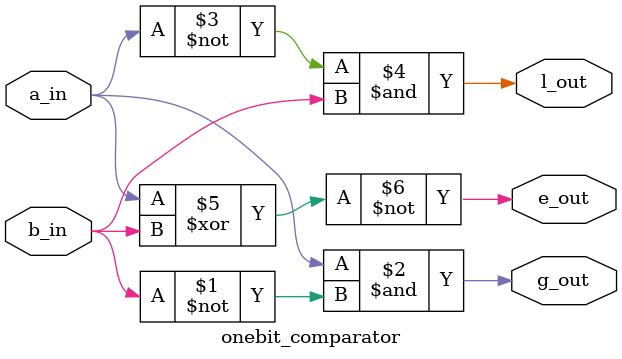
<source format=sv>
module onebit_comparator(
    input a_in,
    input b_in,
    output g_out,
    output e_out,
    output l_out
    );
    //Three Conditions Less than | Greater Than | Equal to
    assign g_out = a_in & (~b_in);
    assign l_out = (~a_in) & b_in;
    assign e_out = ~(a_in ^ b_in);
endmodule

</source>
